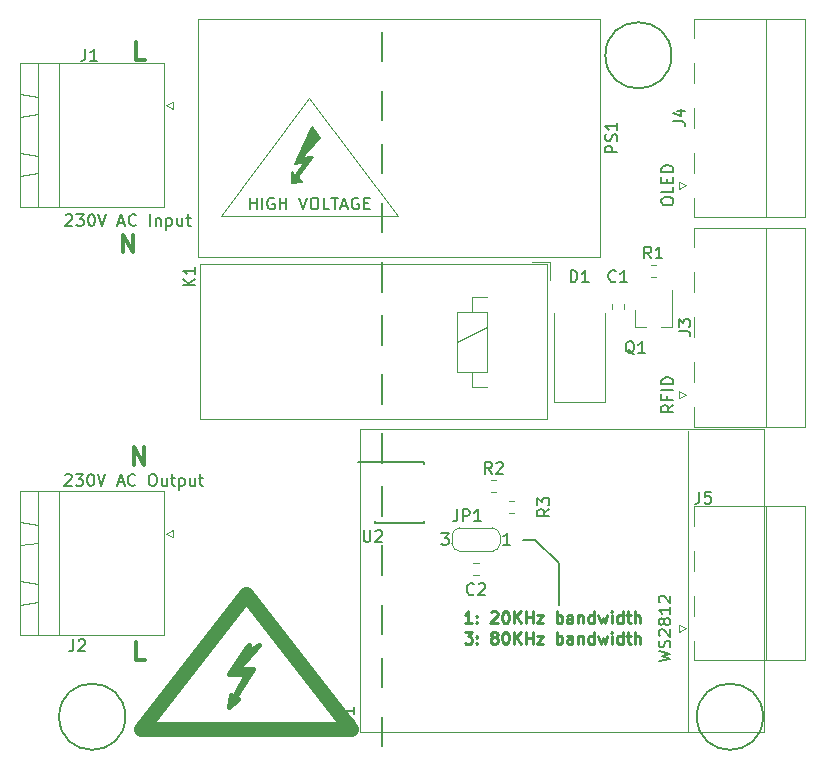
<source format=gto>
G04 #@! TF.GenerationSoftware,KiCad,Pcbnew,(5.0.0-rc2-dev-158-g52ab6216c)*
G04 #@! TF.CreationDate,2018-04-08T22:30:40+02:00*
G04 #@! TF.ProjectId,power_monitor,706F7765725F6D6F6E69746F722E6B69,rev?*
G04 #@! TF.SameCoordinates,Original*
G04 #@! TF.FileFunction,Legend,Top*
G04 #@! TF.FilePolarity,Positive*
%FSLAX46Y46*%
G04 Gerber Fmt 4.6, Leading zero omitted, Abs format (unit mm)*
G04 Created by KiCad (PCBNEW (5.0.0-rc2-dev-158-g52ab6216c)) date 04/08/18 22:30:40*
%MOMM*%
%LPD*%
G01*
G04 APERTURE LIST*
%ADD10C,0.200000*%
%ADD11C,0.250000*%
%ADD12C,0.300000*%
%ADD13C,0.150000*%
%ADD14C,0.100000*%
%ADD15C,0.381000*%
%ADD16C,1.270000*%
%ADD17C,0.120000*%
G04 APERTURE END LIST*
D10*
X82500000Y-80000000D02*
X81500000Y-80000000D01*
X84500000Y-82000000D02*
X82500000Y-80000000D01*
X84500000Y-85500000D02*
X84500000Y-82000000D01*
D11*
X77142857Y-87077380D02*
X76571428Y-87077380D01*
X76857142Y-87077380D02*
X76857142Y-86077380D01*
X76761904Y-86220238D01*
X76666666Y-86315476D01*
X76571428Y-86363095D01*
X77571428Y-86982142D02*
X77619047Y-87029761D01*
X77571428Y-87077380D01*
X77523809Y-87029761D01*
X77571428Y-86982142D01*
X77571428Y-87077380D01*
X77571428Y-86458333D02*
X77619047Y-86505952D01*
X77571428Y-86553571D01*
X77523809Y-86505952D01*
X77571428Y-86458333D01*
X77571428Y-86553571D01*
X78761904Y-86172619D02*
X78809523Y-86125000D01*
X78904761Y-86077380D01*
X79142857Y-86077380D01*
X79238095Y-86125000D01*
X79285714Y-86172619D01*
X79333333Y-86267857D01*
X79333333Y-86363095D01*
X79285714Y-86505952D01*
X78714285Y-87077380D01*
X79333333Y-87077380D01*
X79952380Y-86077380D02*
X80047619Y-86077380D01*
X80142857Y-86125000D01*
X80190476Y-86172619D01*
X80238095Y-86267857D01*
X80285714Y-86458333D01*
X80285714Y-86696428D01*
X80238095Y-86886904D01*
X80190476Y-86982142D01*
X80142857Y-87029761D01*
X80047619Y-87077380D01*
X79952380Y-87077380D01*
X79857142Y-87029761D01*
X79809523Y-86982142D01*
X79761904Y-86886904D01*
X79714285Y-86696428D01*
X79714285Y-86458333D01*
X79761904Y-86267857D01*
X79809523Y-86172619D01*
X79857142Y-86125000D01*
X79952380Y-86077380D01*
X80714285Y-87077380D02*
X80714285Y-86077380D01*
X81285714Y-87077380D02*
X80857142Y-86505952D01*
X81285714Y-86077380D02*
X80714285Y-86648809D01*
X81714285Y-87077380D02*
X81714285Y-86077380D01*
X81714285Y-86553571D02*
X82285714Y-86553571D01*
X82285714Y-87077380D02*
X82285714Y-86077380D01*
X82666666Y-86410714D02*
X83190476Y-86410714D01*
X82666666Y-87077380D01*
X83190476Y-87077380D01*
X84333333Y-87077380D02*
X84333333Y-86077380D01*
X84333333Y-86458333D02*
X84428571Y-86410714D01*
X84619047Y-86410714D01*
X84714285Y-86458333D01*
X84761904Y-86505952D01*
X84809523Y-86601190D01*
X84809523Y-86886904D01*
X84761904Y-86982142D01*
X84714285Y-87029761D01*
X84619047Y-87077380D01*
X84428571Y-87077380D01*
X84333333Y-87029761D01*
X85666666Y-87077380D02*
X85666666Y-86553571D01*
X85619047Y-86458333D01*
X85523809Y-86410714D01*
X85333333Y-86410714D01*
X85238095Y-86458333D01*
X85666666Y-87029761D02*
X85571428Y-87077380D01*
X85333333Y-87077380D01*
X85238095Y-87029761D01*
X85190476Y-86934523D01*
X85190476Y-86839285D01*
X85238095Y-86744047D01*
X85333333Y-86696428D01*
X85571428Y-86696428D01*
X85666666Y-86648809D01*
X86142857Y-86410714D02*
X86142857Y-87077380D01*
X86142857Y-86505952D02*
X86190476Y-86458333D01*
X86285714Y-86410714D01*
X86428571Y-86410714D01*
X86523809Y-86458333D01*
X86571428Y-86553571D01*
X86571428Y-87077380D01*
X87476190Y-87077380D02*
X87476190Y-86077380D01*
X87476190Y-87029761D02*
X87380952Y-87077380D01*
X87190476Y-87077380D01*
X87095238Y-87029761D01*
X87047619Y-86982142D01*
X87000000Y-86886904D01*
X87000000Y-86601190D01*
X87047619Y-86505952D01*
X87095238Y-86458333D01*
X87190476Y-86410714D01*
X87380952Y-86410714D01*
X87476190Y-86458333D01*
X87857142Y-86410714D02*
X88047619Y-87077380D01*
X88238095Y-86601190D01*
X88428571Y-87077380D01*
X88619047Y-86410714D01*
X89000000Y-87077380D02*
X89000000Y-86410714D01*
X89000000Y-86077380D02*
X88952380Y-86125000D01*
X89000000Y-86172619D01*
X89047619Y-86125000D01*
X89000000Y-86077380D01*
X89000000Y-86172619D01*
X89904761Y-87077380D02*
X89904761Y-86077380D01*
X89904761Y-87029761D02*
X89809523Y-87077380D01*
X89619047Y-87077380D01*
X89523809Y-87029761D01*
X89476190Y-86982142D01*
X89428571Y-86886904D01*
X89428571Y-86601190D01*
X89476190Y-86505952D01*
X89523809Y-86458333D01*
X89619047Y-86410714D01*
X89809523Y-86410714D01*
X89904761Y-86458333D01*
X90238095Y-86410714D02*
X90619047Y-86410714D01*
X90380952Y-86077380D02*
X90380952Y-86934523D01*
X90428571Y-87029761D01*
X90523809Y-87077380D01*
X90619047Y-87077380D01*
X90952380Y-87077380D02*
X90952380Y-86077380D01*
X91380952Y-87077380D02*
X91380952Y-86553571D01*
X91333333Y-86458333D01*
X91238095Y-86410714D01*
X91095238Y-86410714D01*
X91000000Y-86458333D01*
X90952380Y-86505952D01*
X76523809Y-87827380D02*
X77142857Y-87827380D01*
X76809523Y-88208333D01*
X76952380Y-88208333D01*
X77047619Y-88255952D01*
X77095238Y-88303571D01*
X77142857Y-88398809D01*
X77142857Y-88636904D01*
X77095238Y-88732142D01*
X77047619Y-88779761D01*
X76952380Y-88827380D01*
X76666666Y-88827380D01*
X76571428Y-88779761D01*
X76523809Y-88732142D01*
X77571428Y-88732142D02*
X77619047Y-88779761D01*
X77571428Y-88827380D01*
X77523809Y-88779761D01*
X77571428Y-88732142D01*
X77571428Y-88827380D01*
X77571428Y-88208333D02*
X77619047Y-88255952D01*
X77571428Y-88303571D01*
X77523809Y-88255952D01*
X77571428Y-88208333D01*
X77571428Y-88303571D01*
X78952380Y-88255952D02*
X78857142Y-88208333D01*
X78809523Y-88160714D01*
X78761904Y-88065476D01*
X78761904Y-88017857D01*
X78809523Y-87922619D01*
X78857142Y-87875000D01*
X78952380Y-87827380D01*
X79142857Y-87827380D01*
X79238095Y-87875000D01*
X79285714Y-87922619D01*
X79333333Y-88017857D01*
X79333333Y-88065476D01*
X79285714Y-88160714D01*
X79238095Y-88208333D01*
X79142857Y-88255952D01*
X78952380Y-88255952D01*
X78857142Y-88303571D01*
X78809523Y-88351190D01*
X78761904Y-88446428D01*
X78761904Y-88636904D01*
X78809523Y-88732142D01*
X78857142Y-88779761D01*
X78952380Y-88827380D01*
X79142857Y-88827380D01*
X79238095Y-88779761D01*
X79285714Y-88732142D01*
X79333333Y-88636904D01*
X79333333Y-88446428D01*
X79285714Y-88351190D01*
X79238095Y-88303571D01*
X79142857Y-88255952D01*
X79952380Y-87827380D02*
X80047619Y-87827380D01*
X80142857Y-87875000D01*
X80190476Y-87922619D01*
X80238095Y-88017857D01*
X80285714Y-88208333D01*
X80285714Y-88446428D01*
X80238095Y-88636904D01*
X80190476Y-88732142D01*
X80142857Y-88779761D01*
X80047619Y-88827380D01*
X79952380Y-88827380D01*
X79857142Y-88779761D01*
X79809523Y-88732142D01*
X79761904Y-88636904D01*
X79714285Y-88446428D01*
X79714285Y-88208333D01*
X79761904Y-88017857D01*
X79809523Y-87922619D01*
X79857142Y-87875000D01*
X79952380Y-87827380D01*
X80714285Y-88827380D02*
X80714285Y-87827380D01*
X81285714Y-88827380D02*
X80857142Y-88255952D01*
X81285714Y-87827380D02*
X80714285Y-88398809D01*
X81714285Y-88827380D02*
X81714285Y-87827380D01*
X81714285Y-88303571D02*
X82285714Y-88303571D01*
X82285714Y-88827380D02*
X82285714Y-87827380D01*
X82666666Y-88160714D02*
X83190476Y-88160714D01*
X82666666Y-88827380D01*
X83190476Y-88827380D01*
X84333333Y-88827380D02*
X84333333Y-87827380D01*
X84333333Y-88208333D02*
X84428571Y-88160714D01*
X84619047Y-88160714D01*
X84714285Y-88208333D01*
X84761904Y-88255952D01*
X84809523Y-88351190D01*
X84809523Y-88636904D01*
X84761904Y-88732142D01*
X84714285Y-88779761D01*
X84619047Y-88827380D01*
X84428571Y-88827380D01*
X84333333Y-88779761D01*
X85666666Y-88827380D02*
X85666666Y-88303571D01*
X85619047Y-88208333D01*
X85523809Y-88160714D01*
X85333333Y-88160714D01*
X85238095Y-88208333D01*
X85666666Y-88779761D02*
X85571428Y-88827380D01*
X85333333Y-88827380D01*
X85238095Y-88779761D01*
X85190476Y-88684523D01*
X85190476Y-88589285D01*
X85238095Y-88494047D01*
X85333333Y-88446428D01*
X85571428Y-88446428D01*
X85666666Y-88398809D01*
X86142857Y-88160714D02*
X86142857Y-88827380D01*
X86142857Y-88255952D02*
X86190476Y-88208333D01*
X86285714Y-88160714D01*
X86428571Y-88160714D01*
X86523809Y-88208333D01*
X86571428Y-88303571D01*
X86571428Y-88827380D01*
X87476190Y-88827380D02*
X87476190Y-87827380D01*
X87476190Y-88779761D02*
X87380952Y-88827380D01*
X87190476Y-88827380D01*
X87095238Y-88779761D01*
X87047619Y-88732142D01*
X87000000Y-88636904D01*
X87000000Y-88351190D01*
X87047619Y-88255952D01*
X87095238Y-88208333D01*
X87190476Y-88160714D01*
X87380952Y-88160714D01*
X87476190Y-88208333D01*
X87857142Y-88160714D02*
X88047619Y-88827380D01*
X88238095Y-88351190D01*
X88428571Y-88827380D01*
X88619047Y-88160714D01*
X89000000Y-88827380D02*
X89000000Y-88160714D01*
X89000000Y-87827380D02*
X88952380Y-87875000D01*
X89000000Y-87922619D01*
X89047619Y-87875000D01*
X89000000Y-87827380D01*
X89000000Y-87922619D01*
X89904761Y-88827380D02*
X89904761Y-87827380D01*
X89904761Y-88779761D02*
X89809523Y-88827380D01*
X89619047Y-88827380D01*
X89523809Y-88779761D01*
X89476190Y-88732142D01*
X89428571Y-88636904D01*
X89428571Y-88351190D01*
X89476190Y-88255952D01*
X89523809Y-88208333D01*
X89619047Y-88160714D01*
X89809523Y-88160714D01*
X89904761Y-88208333D01*
X90238095Y-88160714D02*
X90619047Y-88160714D01*
X90380952Y-87827380D02*
X90380952Y-88684523D01*
X90428571Y-88779761D01*
X90523809Y-88827380D01*
X90619047Y-88827380D01*
X90952380Y-88827380D02*
X90952380Y-87827380D01*
X91380952Y-88827380D02*
X91380952Y-88303571D01*
X91333333Y-88208333D01*
X91238095Y-88160714D01*
X91095238Y-88160714D01*
X91000000Y-88208333D01*
X90952380Y-88255952D01*
D12*
X47571428Y-55678571D02*
X47571428Y-54178571D01*
X48428571Y-55678571D01*
X48428571Y-54178571D01*
D10*
X69500000Y-54000000D02*
X69500000Y-51500000D01*
X69500000Y-49000000D02*
X69500000Y-46500000D01*
X69500000Y-44500000D02*
X69500000Y-42000000D01*
X69500000Y-39500000D02*
X69500000Y-37000000D01*
X69500000Y-59000000D02*
X69500000Y-56500000D01*
X69500000Y-63500000D02*
X69500000Y-61000000D01*
X69500000Y-68500000D02*
X69500000Y-66000000D01*
X69500000Y-73500000D02*
X69500000Y-71000000D01*
X69500000Y-78000000D02*
X69500000Y-75500000D01*
X69500000Y-83000000D02*
X69500000Y-80500000D01*
X69500000Y-88000000D02*
X69500000Y-85500000D01*
X69500000Y-92500000D02*
X69500000Y-90000000D01*
X69500000Y-97500000D02*
X69500000Y-95000000D01*
D12*
X48571428Y-73678571D02*
X48571428Y-72178571D01*
X49428571Y-73678571D01*
X49428571Y-72178571D01*
X49464285Y-90178571D02*
X48750000Y-90178571D01*
X48750000Y-88678571D01*
X49464285Y-39378571D02*
X48750000Y-39378571D01*
X48750000Y-37878571D01*
D13*
G36*
X63600000Y-45100000D02*
X64300000Y-46000000D01*
X62800000Y-47700000D01*
X63700000Y-47600000D01*
X62400000Y-49300000D01*
X62800000Y-49700000D01*
X61900000Y-49800000D01*
X61900000Y-48900000D01*
X62200000Y-49200000D01*
X63000000Y-48000000D01*
X62200000Y-48200000D01*
X63600000Y-45100000D01*
G37*
X63600000Y-45100000D02*
X64300000Y-46000000D01*
X62800000Y-47700000D01*
X63700000Y-47600000D01*
X62400000Y-49300000D01*
X62800000Y-49700000D01*
X61900000Y-49800000D01*
X61900000Y-48900000D01*
X62200000Y-49200000D01*
X63000000Y-48000000D01*
X62200000Y-48200000D01*
X63600000Y-45100000D01*
D14*
X54000000Y-56100000D02*
X54000000Y-35900000D01*
X54000000Y-35900000D02*
X88000000Y-35900000D01*
X88000000Y-35900000D02*
X88000000Y-56100000D01*
X88000000Y-56100000D02*
X54000000Y-56100000D01*
X55900000Y-52600000D02*
X63400000Y-42600000D01*
X63400000Y-42600000D02*
X70900000Y-52600000D01*
X70900000Y-52600000D02*
X55900000Y-52600000D01*
D15*
X56857000Y-93647000D02*
X56730000Y-93139000D01*
X58000000Y-91361000D02*
X56857000Y-93647000D01*
X56603000Y-91361000D02*
X58000000Y-91361000D01*
X58127000Y-89075000D02*
X56603000Y-91361000D01*
X58381000Y-89456000D02*
X58254000Y-88948000D01*
X59143000Y-88948000D02*
X58381000Y-89456000D01*
X57365000Y-90980000D02*
X59143000Y-88948000D01*
X58635000Y-90980000D02*
X57365000Y-90980000D01*
X56857000Y-93774000D02*
X58635000Y-90980000D01*
X57365000Y-93520000D02*
X56857000Y-93774000D01*
X56603000Y-94155000D02*
X57365000Y-93520000D01*
X56730000Y-93139000D02*
X56603000Y-94155000D01*
X56984000Y-91234000D02*
X58254000Y-91234000D01*
X58381000Y-89329000D02*
X56984000Y-91234000D01*
D16*
X49110000Y-96060000D02*
X58000000Y-84630000D01*
X66890000Y-96060000D02*
X49110000Y-96060000D01*
X58000000Y-84630000D02*
X66890000Y-96060000D01*
D13*
X47800000Y-95000000D02*
G75*
G03X47800000Y-95000000I-2800000J0D01*
G01*
X101800000Y-95000000D02*
G75*
G03X101800000Y-95000000I-2800000J0D01*
G01*
X94050000Y-39000000D02*
G75*
G03X94050000Y-39000000I-2800000J0D01*
G01*
D17*
X90010000Y-60030000D02*
X90010000Y-60470000D01*
X88990000Y-60030000D02*
X88990000Y-60470000D01*
X77280000Y-83010000D02*
X77720000Y-83010000D01*
X77280000Y-81990000D02*
X77720000Y-81990000D01*
X84100000Y-68350000D02*
X88400000Y-68350000D01*
X88400000Y-68350000D02*
X88400000Y-60800000D01*
X84100000Y-68350000D02*
X84100000Y-60800000D01*
X79550000Y-79700000D02*
X79550000Y-80300000D01*
X76100000Y-79000000D02*
X78900000Y-79000000D01*
X75450000Y-80300000D02*
X75450000Y-79700000D01*
X78900000Y-81000000D02*
X76100000Y-81000000D01*
X76150000Y-81000000D02*
G75*
G02X75450000Y-80300000I0J700000D01*
G01*
X75450000Y-79700000D02*
G75*
G02X76150000Y-79000000I700000J0D01*
G01*
X78850000Y-79000000D02*
G75*
G02X79550000Y-79700000I0J-700000D01*
G01*
X79550000Y-80300000D02*
G75*
G02X78850000Y-81000000I-700000J0D01*
G01*
X83750000Y-56500000D02*
X82250000Y-56500000D01*
X83750000Y-58000000D02*
X83750000Y-56500000D01*
X77190000Y-65850000D02*
X77190000Y-67120000D01*
X77190000Y-67120000D02*
X78460000Y-67120000D01*
X78460000Y-59500000D02*
X77190000Y-59500000D01*
X77190000Y-59500000D02*
X77190000Y-60770000D01*
X77190000Y-60770000D02*
X75920000Y-60770000D01*
X75920000Y-60770000D02*
X75920000Y-65850000D01*
X75920000Y-65850000D02*
X78460000Y-65850000D01*
X78460000Y-65850000D02*
X78460000Y-60770000D01*
X78460000Y-60770000D02*
X77190000Y-60770000D01*
X83550000Y-69800000D02*
X83550000Y-56700000D01*
X54150000Y-69800000D02*
X83550000Y-69800000D01*
X54150000Y-56700000D02*
X54150000Y-69800000D01*
X83550000Y-56700000D02*
X54150000Y-56700000D01*
D14*
X78460000Y-62040000D02*
X75920000Y-63310000D01*
D17*
X90920000Y-62010000D02*
X91850000Y-62010000D01*
X94080000Y-62010000D02*
X93150000Y-62010000D01*
X94080000Y-62010000D02*
X94080000Y-58850000D01*
X90920000Y-62010000D02*
X90920000Y-60550000D01*
X92720000Y-57760000D02*
X92280000Y-57760000D01*
X92720000Y-56740000D02*
X92280000Y-56740000D01*
D14*
X95410000Y-70800000D02*
X95410000Y-96200000D01*
X67710000Y-70670000D02*
X101910000Y-70670000D01*
X67710000Y-96270000D02*
X67710000Y-70670000D01*
X101910000Y-96270000D02*
X67710000Y-96270000D01*
X101910000Y-70670000D02*
X101910000Y-96270000D01*
D13*
X68925000Y-73425000D02*
X68925000Y-73475000D01*
X73075000Y-73425000D02*
X73075000Y-73570000D01*
X73075000Y-78575000D02*
X73075000Y-78430000D01*
X68925000Y-78575000D02*
X68925000Y-78430000D01*
X68925000Y-73425000D02*
X73075000Y-73425000D01*
X68925000Y-78575000D02*
X73075000Y-78575000D01*
X68925000Y-73475000D02*
X67525000Y-73475000D01*
D17*
X78780000Y-74990000D02*
X79220000Y-74990000D01*
X78780000Y-76010000D02*
X79220000Y-76010000D01*
X80720000Y-76740000D02*
X80280000Y-76740000D01*
X80720000Y-77760000D02*
X80280000Y-77760000D01*
X95970000Y-70430000D02*
X105330000Y-70430000D01*
X105330000Y-70430000D02*
X105330000Y-53640000D01*
X105330000Y-53640000D02*
X95970000Y-53640000D01*
X95970000Y-70430000D02*
X95970000Y-68800000D01*
X95970000Y-53640000D02*
X95970000Y-55270000D01*
X95970000Y-66700000D02*
X95970000Y-64990000D01*
X95970000Y-62890000D02*
X95970000Y-61180000D01*
X95970000Y-59080000D02*
X95970000Y-57370000D01*
X102050000Y-70430000D02*
X102050000Y-53640000D01*
X94650000Y-67450000D02*
X95250000Y-67750000D01*
X95250000Y-67750000D02*
X94650000Y-68050000D01*
X94650000Y-68050000D02*
X94650000Y-67450000D01*
X94650000Y-50300000D02*
X94650000Y-49700000D01*
X95250000Y-50000000D02*
X94650000Y-50300000D01*
X94650000Y-49700000D02*
X95250000Y-50000000D01*
X102050000Y-52680000D02*
X102050000Y-35890000D01*
X95970000Y-41330000D02*
X95970000Y-39620000D01*
X95970000Y-45140000D02*
X95970000Y-43430000D01*
X95970000Y-48950000D02*
X95970000Y-47240000D01*
X95970000Y-35890000D02*
X95970000Y-37520000D01*
X95970000Y-52680000D02*
X95970000Y-51050000D01*
X105330000Y-35890000D02*
X95970000Y-35890000D01*
X105330000Y-52680000D02*
X105330000Y-35890000D01*
X95970000Y-52680000D02*
X105330000Y-52680000D01*
X95970000Y-90180000D02*
X105330000Y-90180000D01*
X105330000Y-90180000D02*
X105330000Y-77200000D01*
X105330000Y-77200000D02*
X95970000Y-77200000D01*
X95970000Y-90180000D02*
X95970000Y-88550000D01*
X95970000Y-77200000D02*
X95970000Y-78830000D01*
X95970000Y-86450000D02*
X95970000Y-84740000D01*
X95970000Y-82640000D02*
X95970000Y-80930000D01*
X102050000Y-90180000D02*
X102050000Y-77200000D01*
X94650000Y-87200000D02*
X95250000Y-87500000D01*
X95250000Y-87500000D02*
X94650000Y-87800000D01*
X94650000Y-87800000D02*
X94650000Y-87200000D01*
X51080000Y-39670000D02*
X38920000Y-39670000D01*
X38920000Y-39670000D02*
X38920000Y-51830000D01*
X38920000Y-51830000D02*
X51080000Y-51830000D01*
X51080000Y-51830000D02*
X51080000Y-39670000D01*
X40420000Y-39670000D02*
X42220000Y-39670000D01*
X42220000Y-39670000D02*
X42220000Y-51830000D01*
X42220000Y-51830000D02*
X40420000Y-51830000D01*
X40420000Y-51830000D02*
X40420000Y-39670000D01*
X38920000Y-42250000D02*
X38920000Y-44250000D01*
X38920000Y-44250000D02*
X40420000Y-44000000D01*
X40420000Y-44000000D02*
X40420000Y-42500000D01*
X40420000Y-42500000D02*
X38920000Y-42250000D01*
X38920000Y-47250000D02*
X38920000Y-49250000D01*
X38920000Y-49250000D02*
X40420000Y-49000000D01*
X40420000Y-49000000D02*
X40420000Y-47500000D01*
X40420000Y-47500000D02*
X38920000Y-47250000D01*
X51880000Y-43550000D02*
X51280000Y-43250000D01*
X51280000Y-43250000D02*
X51880000Y-42950000D01*
X51880000Y-42950000D02*
X51880000Y-43550000D01*
X51880000Y-79200000D02*
X51880000Y-79800000D01*
X51280000Y-79500000D02*
X51880000Y-79200000D01*
X51880000Y-79800000D02*
X51280000Y-79500000D01*
X40420000Y-83750000D02*
X38920000Y-83500000D01*
X40420000Y-85250000D02*
X40420000Y-83750000D01*
X38920000Y-85500000D02*
X40420000Y-85250000D01*
X38920000Y-83500000D02*
X38920000Y-85500000D01*
X40420000Y-78750000D02*
X38920000Y-78500000D01*
X40420000Y-80250000D02*
X40420000Y-78750000D01*
X38920000Y-80500000D02*
X40420000Y-80250000D01*
X38920000Y-78500000D02*
X38920000Y-80500000D01*
X40420000Y-88080000D02*
X40420000Y-75920000D01*
X42220000Y-88080000D02*
X40420000Y-88080000D01*
X42220000Y-75920000D02*
X42220000Y-88080000D01*
X40420000Y-75920000D02*
X42220000Y-75920000D01*
X51080000Y-88080000D02*
X51080000Y-75920000D01*
X38920000Y-88080000D02*
X51080000Y-88080000D01*
X38920000Y-75920000D02*
X38920000Y-88080000D01*
X51080000Y-75920000D02*
X38920000Y-75920000D01*
D13*
X89452380Y-47214285D02*
X88452380Y-47214285D01*
X88452380Y-46833333D01*
X88500000Y-46738095D01*
X88547619Y-46690476D01*
X88642857Y-46642857D01*
X88785714Y-46642857D01*
X88880952Y-46690476D01*
X88928571Y-46738095D01*
X88976190Y-46833333D01*
X88976190Y-47214285D01*
X89404761Y-46261904D02*
X89452380Y-46119047D01*
X89452380Y-45880952D01*
X89404761Y-45785714D01*
X89357142Y-45738095D01*
X89261904Y-45690476D01*
X89166666Y-45690476D01*
X89071428Y-45738095D01*
X89023809Y-45785714D01*
X88976190Y-45880952D01*
X88928571Y-46071428D01*
X88880952Y-46166666D01*
X88833333Y-46214285D01*
X88738095Y-46261904D01*
X88642857Y-46261904D01*
X88547619Y-46214285D01*
X88500000Y-46166666D01*
X88452380Y-46071428D01*
X88452380Y-45833333D01*
X88500000Y-45690476D01*
X89452380Y-44738095D02*
X89452380Y-45309523D01*
X89452380Y-45023809D02*
X88452380Y-45023809D01*
X88595238Y-45119047D01*
X88690476Y-45214285D01*
X88738095Y-45309523D01*
X58352380Y-52052380D02*
X58352380Y-51052380D01*
X58352380Y-51528571D02*
X58923809Y-51528571D01*
X58923809Y-52052380D02*
X58923809Y-51052380D01*
X59400000Y-52052380D02*
X59400000Y-51052380D01*
X60400000Y-51100000D02*
X60304761Y-51052380D01*
X60161904Y-51052380D01*
X60019047Y-51100000D01*
X59923809Y-51195238D01*
X59876190Y-51290476D01*
X59828571Y-51480952D01*
X59828571Y-51623809D01*
X59876190Y-51814285D01*
X59923809Y-51909523D01*
X60019047Y-52004761D01*
X60161904Y-52052380D01*
X60257142Y-52052380D01*
X60400000Y-52004761D01*
X60447619Y-51957142D01*
X60447619Y-51623809D01*
X60257142Y-51623809D01*
X60876190Y-52052380D02*
X60876190Y-51052380D01*
X60876190Y-51528571D02*
X61447619Y-51528571D01*
X61447619Y-52052380D02*
X61447619Y-51052380D01*
X62542857Y-51052380D02*
X62876190Y-52052380D01*
X63209523Y-51052380D01*
X63733333Y-51052380D02*
X63923809Y-51052380D01*
X64019047Y-51100000D01*
X64114285Y-51195238D01*
X64161904Y-51385714D01*
X64161904Y-51719047D01*
X64114285Y-51909523D01*
X64019047Y-52004761D01*
X63923809Y-52052380D01*
X63733333Y-52052380D01*
X63638095Y-52004761D01*
X63542857Y-51909523D01*
X63495238Y-51719047D01*
X63495238Y-51385714D01*
X63542857Y-51195238D01*
X63638095Y-51100000D01*
X63733333Y-51052380D01*
X65066666Y-52052380D02*
X64590476Y-52052380D01*
X64590476Y-51052380D01*
X65257142Y-51052380D02*
X65828571Y-51052380D01*
X65542857Y-52052380D02*
X65542857Y-51052380D01*
X66114285Y-51766666D02*
X66590476Y-51766666D01*
X66019047Y-52052380D02*
X66352380Y-51052380D01*
X66685714Y-52052380D01*
X67542857Y-51100000D02*
X67447619Y-51052380D01*
X67304761Y-51052380D01*
X67161904Y-51100000D01*
X67066666Y-51195238D01*
X67019047Y-51290476D01*
X66971428Y-51480952D01*
X66971428Y-51623809D01*
X67019047Y-51814285D01*
X67066666Y-51909523D01*
X67161904Y-52004761D01*
X67304761Y-52052380D01*
X67400000Y-52052380D01*
X67542857Y-52004761D01*
X67590476Y-51957142D01*
X67590476Y-51623809D01*
X67400000Y-51623809D01*
X68019047Y-51528571D02*
X68352380Y-51528571D01*
X68495238Y-52052380D02*
X68019047Y-52052380D01*
X68019047Y-51052380D01*
X68495238Y-51052380D01*
X89333333Y-58107142D02*
X89285714Y-58154761D01*
X89142857Y-58202380D01*
X89047619Y-58202380D01*
X88904761Y-58154761D01*
X88809523Y-58059523D01*
X88761904Y-57964285D01*
X88714285Y-57773809D01*
X88714285Y-57630952D01*
X88761904Y-57440476D01*
X88809523Y-57345238D01*
X88904761Y-57250000D01*
X89047619Y-57202380D01*
X89142857Y-57202380D01*
X89285714Y-57250000D01*
X89333333Y-57297619D01*
X90285714Y-58202380D02*
X89714285Y-58202380D01*
X90000000Y-58202380D02*
X90000000Y-57202380D01*
X89904761Y-57345238D01*
X89809523Y-57440476D01*
X89714285Y-57488095D01*
X77333333Y-84607142D02*
X77285714Y-84654761D01*
X77142857Y-84702380D01*
X77047619Y-84702380D01*
X76904761Y-84654761D01*
X76809523Y-84559523D01*
X76761904Y-84464285D01*
X76714285Y-84273809D01*
X76714285Y-84130952D01*
X76761904Y-83940476D01*
X76809523Y-83845238D01*
X76904761Y-83750000D01*
X77047619Y-83702380D01*
X77142857Y-83702380D01*
X77285714Y-83750000D01*
X77333333Y-83797619D01*
X77714285Y-83797619D02*
X77761904Y-83750000D01*
X77857142Y-83702380D01*
X78095238Y-83702380D01*
X78190476Y-83750000D01*
X78238095Y-83797619D01*
X78285714Y-83892857D01*
X78285714Y-83988095D01*
X78238095Y-84130952D01*
X77666666Y-84702380D01*
X78285714Y-84702380D01*
X85511904Y-58202380D02*
X85511904Y-57202380D01*
X85750000Y-57202380D01*
X85892857Y-57250000D01*
X85988095Y-57345238D01*
X86035714Y-57440476D01*
X86083333Y-57630952D01*
X86083333Y-57773809D01*
X86035714Y-57964285D01*
X85988095Y-58059523D01*
X85892857Y-58154761D01*
X85750000Y-58202380D01*
X85511904Y-58202380D01*
X87035714Y-58202380D02*
X86464285Y-58202380D01*
X86750000Y-58202380D02*
X86750000Y-57202380D01*
X86654761Y-57345238D01*
X86559523Y-57440476D01*
X86464285Y-57488095D01*
X75916666Y-77452380D02*
X75916666Y-78166666D01*
X75869047Y-78309523D01*
X75773809Y-78404761D01*
X75630952Y-78452380D01*
X75535714Y-78452380D01*
X76392857Y-78452380D02*
X76392857Y-77452380D01*
X76773809Y-77452380D01*
X76869047Y-77500000D01*
X76916666Y-77547619D01*
X76964285Y-77642857D01*
X76964285Y-77785714D01*
X76916666Y-77880952D01*
X76869047Y-77928571D01*
X76773809Y-77976190D01*
X76392857Y-77976190D01*
X77916666Y-78452380D02*
X77345238Y-78452380D01*
X77630952Y-78452380D02*
X77630952Y-77452380D01*
X77535714Y-77595238D01*
X77440476Y-77690476D01*
X77345238Y-77738095D01*
X74566666Y-79452380D02*
X75185714Y-79452380D01*
X74852380Y-79833333D01*
X74995238Y-79833333D01*
X75090476Y-79880952D01*
X75138095Y-79928571D01*
X75185714Y-80023809D01*
X75185714Y-80261904D01*
X75138095Y-80357142D01*
X75090476Y-80404761D01*
X74995238Y-80452380D01*
X74709523Y-80452380D01*
X74614285Y-80404761D01*
X74566666Y-80357142D01*
X80385714Y-80452380D02*
X79814285Y-80452380D01*
X80100000Y-80452380D02*
X80100000Y-79452380D01*
X80004761Y-79595238D01*
X79909523Y-79690476D01*
X79814285Y-79738095D01*
X53702380Y-58488095D02*
X52702380Y-58488095D01*
X53702380Y-57916666D02*
X53130952Y-58345238D01*
X52702380Y-57916666D02*
X53273809Y-58488095D01*
X53702380Y-56964285D02*
X53702380Y-57535714D01*
X53702380Y-57250000D02*
X52702380Y-57250000D01*
X52845238Y-57345238D01*
X52940476Y-57440476D01*
X52988095Y-57535714D01*
X90904761Y-64297619D02*
X90809523Y-64250000D01*
X90714285Y-64154761D01*
X90571428Y-64011904D01*
X90476190Y-63964285D01*
X90380952Y-63964285D01*
X90428571Y-64202380D02*
X90333333Y-64154761D01*
X90238095Y-64059523D01*
X90190476Y-63869047D01*
X90190476Y-63535714D01*
X90238095Y-63345238D01*
X90333333Y-63250000D01*
X90428571Y-63202380D01*
X90619047Y-63202380D01*
X90714285Y-63250000D01*
X90809523Y-63345238D01*
X90857142Y-63535714D01*
X90857142Y-63869047D01*
X90809523Y-64059523D01*
X90714285Y-64154761D01*
X90619047Y-64202380D01*
X90428571Y-64202380D01*
X91809523Y-64202380D02*
X91238095Y-64202380D01*
X91523809Y-64202380D02*
X91523809Y-63202380D01*
X91428571Y-63345238D01*
X91333333Y-63440476D01*
X91238095Y-63488095D01*
X92333333Y-56202380D02*
X92000000Y-55726190D01*
X91761904Y-56202380D02*
X91761904Y-55202380D01*
X92142857Y-55202380D01*
X92238095Y-55250000D01*
X92285714Y-55297619D01*
X92333333Y-55392857D01*
X92333333Y-55535714D01*
X92285714Y-55630952D01*
X92238095Y-55678571D01*
X92142857Y-55726190D01*
X91761904Y-55726190D01*
X93285714Y-56202380D02*
X92714285Y-56202380D01*
X93000000Y-56202380D02*
X93000000Y-55202380D01*
X92904761Y-55345238D01*
X92809523Y-55440476D01*
X92714285Y-55488095D01*
X66202380Y-95761904D02*
X67011904Y-95761904D01*
X67107142Y-95714285D01*
X67154761Y-95666666D01*
X67202380Y-95571428D01*
X67202380Y-95380952D01*
X67154761Y-95285714D01*
X67107142Y-95238095D01*
X67011904Y-95190476D01*
X66202380Y-95190476D01*
X67202380Y-94190476D02*
X67202380Y-94761904D01*
X67202380Y-94476190D02*
X66202380Y-94476190D01*
X66345238Y-94571428D01*
X66440476Y-94666666D01*
X66488095Y-94761904D01*
X67988095Y-79202380D02*
X67988095Y-80011904D01*
X68035714Y-80107142D01*
X68083333Y-80154761D01*
X68178571Y-80202380D01*
X68369047Y-80202380D01*
X68464285Y-80154761D01*
X68511904Y-80107142D01*
X68559523Y-80011904D01*
X68559523Y-79202380D01*
X68988095Y-79297619D02*
X69035714Y-79250000D01*
X69130952Y-79202380D01*
X69369047Y-79202380D01*
X69464285Y-79250000D01*
X69511904Y-79297619D01*
X69559523Y-79392857D01*
X69559523Y-79488095D01*
X69511904Y-79630952D01*
X68940476Y-80202380D01*
X69559523Y-80202380D01*
X78833333Y-74452380D02*
X78500000Y-73976190D01*
X78261904Y-74452380D02*
X78261904Y-73452380D01*
X78642857Y-73452380D01*
X78738095Y-73500000D01*
X78785714Y-73547619D01*
X78833333Y-73642857D01*
X78833333Y-73785714D01*
X78785714Y-73880952D01*
X78738095Y-73928571D01*
X78642857Y-73976190D01*
X78261904Y-73976190D01*
X79214285Y-73547619D02*
X79261904Y-73500000D01*
X79357142Y-73452380D01*
X79595238Y-73452380D01*
X79690476Y-73500000D01*
X79738095Y-73547619D01*
X79785714Y-73642857D01*
X79785714Y-73738095D01*
X79738095Y-73880952D01*
X79166666Y-74452380D01*
X79785714Y-74452380D01*
X83702380Y-77416666D02*
X83226190Y-77750000D01*
X83702380Y-77988095D02*
X82702380Y-77988095D01*
X82702380Y-77607142D01*
X82750000Y-77511904D01*
X82797619Y-77464285D01*
X82892857Y-77416666D01*
X83035714Y-77416666D01*
X83130952Y-77464285D01*
X83178571Y-77511904D01*
X83226190Y-77607142D01*
X83226190Y-77988095D01*
X82702380Y-77083333D02*
X82702380Y-76464285D01*
X83083333Y-76797619D01*
X83083333Y-76654761D01*
X83130952Y-76559523D01*
X83178571Y-76511904D01*
X83273809Y-76464285D01*
X83511904Y-76464285D01*
X83607142Y-76511904D01*
X83654761Y-76559523D01*
X83702380Y-76654761D01*
X83702380Y-76940476D01*
X83654761Y-77035714D01*
X83607142Y-77083333D01*
X94652380Y-62368333D02*
X95366666Y-62368333D01*
X95509523Y-62415952D01*
X95604761Y-62511190D01*
X95652380Y-62654047D01*
X95652380Y-62749285D01*
X94652380Y-61987380D02*
X94652380Y-61368333D01*
X95033333Y-61701666D01*
X95033333Y-61558809D01*
X95080952Y-61463571D01*
X95128571Y-61415952D01*
X95223809Y-61368333D01*
X95461904Y-61368333D01*
X95557142Y-61415952D01*
X95604761Y-61463571D01*
X95652380Y-61558809D01*
X95652380Y-61844523D01*
X95604761Y-61939761D01*
X95557142Y-61987380D01*
X94202380Y-68607142D02*
X93726190Y-68940476D01*
X94202380Y-69178571D02*
X93202380Y-69178571D01*
X93202380Y-68797619D01*
X93250000Y-68702380D01*
X93297619Y-68654761D01*
X93392857Y-68607142D01*
X93535714Y-68607142D01*
X93630952Y-68654761D01*
X93678571Y-68702380D01*
X93726190Y-68797619D01*
X93726190Y-69178571D01*
X93678571Y-67845238D02*
X93678571Y-68178571D01*
X94202380Y-68178571D02*
X93202380Y-68178571D01*
X93202380Y-67702380D01*
X94202380Y-67321428D02*
X93202380Y-67321428D01*
X94202380Y-66845238D02*
X93202380Y-66845238D01*
X93202380Y-66607142D01*
X93250000Y-66464285D01*
X93345238Y-66369047D01*
X93440476Y-66321428D01*
X93630952Y-66273809D01*
X93773809Y-66273809D01*
X93964285Y-66321428D01*
X94059523Y-66369047D01*
X94154761Y-66464285D01*
X94202380Y-66607142D01*
X94202380Y-66845238D01*
X94202380Y-44583333D02*
X94916666Y-44583333D01*
X95059523Y-44630952D01*
X95154761Y-44726190D01*
X95202380Y-44869047D01*
X95202380Y-44964285D01*
X94535714Y-43678571D02*
X95202380Y-43678571D01*
X94154761Y-43916666D02*
X94869047Y-44154761D01*
X94869047Y-43535714D01*
X93202380Y-51452380D02*
X93202380Y-51261904D01*
X93250000Y-51166666D01*
X93345238Y-51071428D01*
X93535714Y-51023809D01*
X93869047Y-51023809D01*
X94059523Y-51071428D01*
X94154761Y-51166666D01*
X94202380Y-51261904D01*
X94202380Y-51452380D01*
X94154761Y-51547619D01*
X94059523Y-51642857D01*
X93869047Y-51690476D01*
X93535714Y-51690476D01*
X93345238Y-51642857D01*
X93250000Y-51547619D01*
X93202380Y-51452380D01*
X94202380Y-50119047D02*
X94202380Y-50595238D01*
X93202380Y-50595238D01*
X93678571Y-49785714D02*
X93678571Y-49452380D01*
X94202380Y-49309523D02*
X94202380Y-49785714D01*
X93202380Y-49785714D01*
X93202380Y-49309523D01*
X94202380Y-48880952D02*
X93202380Y-48880952D01*
X93202380Y-48642857D01*
X93250000Y-48500000D01*
X93345238Y-48404761D01*
X93440476Y-48357142D01*
X93630952Y-48309523D01*
X93773809Y-48309523D01*
X93964285Y-48357142D01*
X94059523Y-48404761D01*
X94154761Y-48500000D01*
X94202380Y-48642857D01*
X94202380Y-48880952D01*
X96416666Y-75952380D02*
X96416666Y-76666666D01*
X96369047Y-76809523D01*
X96273809Y-76904761D01*
X96130952Y-76952380D01*
X96035714Y-76952380D01*
X97369047Y-75952380D02*
X96892857Y-75952380D01*
X96845238Y-76428571D01*
X96892857Y-76380952D01*
X96988095Y-76333333D01*
X97226190Y-76333333D01*
X97321428Y-76380952D01*
X97369047Y-76428571D01*
X97416666Y-76523809D01*
X97416666Y-76761904D01*
X97369047Y-76857142D01*
X97321428Y-76904761D01*
X97226190Y-76952380D01*
X96988095Y-76952380D01*
X96892857Y-76904761D01*
X96845238Y-76857142D01*
X92952380Y-90309523D02*
X93952380Y-90071428D01*
X93238095Y-89880952D01*
X93952380Y-89690476D01*
X92952380Y-89452380D01*
X93904761Y-89119047D02*
X93952380Y-88976190D01*
X93952380Y-88738095D01*
X93904761Y-88642857D01*
X93857142Y-88595238D01*
X93761904Y-88547619D01*
X93666666Y-88547619D01*
X93571428Y-88595238D01*
X93523809Y-88642857D01*
X93476190Y-88738095D01*
X93428571Y-88928571D01*
X93380952Y-89023809D01*
X93333333Y-89071428D01*
X93238095Y-89119047D01*
X93142857Y-89119047D01*
X93047619Y-89071428D01*
X93000000Y-89023809D01*
X92952380Y-88928571D01*
X92952380Y-88690476D01*
X93000000Y-88547619D01*
X93047619Y-88166666D02*
X93000000Y-88119047D01*
X92952380Y-88023809D01*
X92952380Y-87785714D01*
X93000000Y-87690476D01*
X93047619Y-87642857D01*
X93142857Y-87595238D01*
X93238095Y-87595238D01*
X93380952Y-87642857D01*
X93952380Y-88214285D01*
X93952380Y-87595238D01*
X93380952Y-87023809D02*
X93333333Y-87119047D01*
X93285714Y-87166666D01*
X93190476Y-87214285D01*
X93142857Y-87214285D01*
X93047619Y-87166666D01*
X93000000Y-87119047D01*
X92952380Y-87023809D01*
X92952380Y-86833333D01*
X93000000Y-86738095D01*
X93047619Y-86690476D01*
X93142857Y-86642857D01*
X93190476Y-86642857D01*
X93285714Y-86690476D01*
X93333333Y-86738095D01*
X93380952Y-86833333D01*
X93380952Y-87023809D01*
X93428571Y-87119047D01*
X93476190Y-87166666D01*
X93571428Y-87214285D01*
X93761904Y-87214285D01*
X93857142Y-87166666D01*
X93904761Y-87119047D01*
X93952380Y-87023809D01*
X93952380Y-86833333D01*
X93904761Y-86738095D01*
X93857142Y-86690476D01*
X93761904Y-86642857D01*
X93571428Y-86642857D01*
X93476190Y-86690476D01*
X93428571Y-86738095D01*
X93380952Y-86833333D01*
X93952380Y-85690476D02*
X93952380Y-86261904D01*
X93952380Y-85976190D02*
X92952380Y-85976190D01*
X93095238Y-86071428D01*
X93190476Y-86166666D01*
X93238095Y-86261904D01*
X93047619Y-85309523D02*
X93000000Y-85261904D01*
X92952380Y-85166666D01*
X92952380Y-84928571D01*
X93000000Y-84833333D01*
X93047619Y-84785714D01*
X93142857Y-84738095D01*
X93238095Y-84738095D01*
X93380952Y-84785714D01*
X93952380Y-85357142D01*
X93952380Y-84738095D01*
X44416666Y-38452380D02*
X44416666Y-39166666D01*
X44369047Y-39309523D01*
X44273809Y-39404761D01*
X44130952Y-39452380D01*
X44035714Y-39452380D01*
X45416666Y-39452380D02*
X44845238Y-39452380D01*
X45130952Y-39452380D02*
X45130952Y-38452380D01*
X45035714Y-38595238D01*
X44940476Y-38690476D01*
X44845238Y-38738095D01*
X42761904Y-52547619D02*
X42809523Y-52500000D01*
X42904761Y-52452380D01*
X43142857Y-52452380D01*
X43238095Y-52500000D01*
X43285714Y-52547619D01*
X43333333Y-52642857D01*
X43333333Y-52738095D01*
X43285714Y-52880952D01*
X42714285Y-53452380D01*
X43333333Y-53452380D01*
X43666666Y-52452380D02*
X44285714Y-52452380D01*
X43952380Y-52833333D01*
X44095238Y-52833333D01*
X44190476Y-52880952D01*
X44238095Y-52928571D01*
X44285714Y-53023809D01*
X44285714Y-53261904D01*
X44238095Y-53357142D01*
X44190476Y-53404761D01*
X44095238Y-53452380D01*
X43809523Y-53452380D01*
X43714285Y-53404761D01*
X43666666Y-53357142D01*
X44904761Y-52452380D02*
X44999999Y-52452380D01*
X45095238Y-52500000D01*
X45142857Y-52547619D01*
X45190476Y-52642857D01*
X45238095Y-52833333D01*
X45238095Y-53071428D01*
X45190476Y-53261904D01*
X45142857Y-53357142D01*
X45095238Y-53404761D01*
X44999999Y-53452380D01*
X44904761Y-53452380D01*
X44809523Y-53404761D01*
X44761904Y-53357142D01*
X44714285Y-53261904D01*
X44666666Y-53071428D01*
X44666666Y-52833333D01*
X44714285Y-52642857D01*
X44761904Y-52547619D01*
X44809523Y-52500000D01*
X44904761Y-52452380D01*
X45523809Y-52452380D02*
X45857142Y-53452380D01*
X46190476Y-52452380D01*
X47238095Y-53166666D02*
X47714285Y-53166666D01*
X47142857Y-53452380D02*
X47476190Y-52452380D01*
X47809523Y-53452380D01*
X48714285Y-53357142D02*
X48666666Y-53404761D01*
X48523809Y-53452380D01*
X48428571Y-53452380D01*
X48285714Y-53404761D01*
X48190476Y-53309523D01*
X48142857Y-53214285D01*
X48095238Y-53023809D01*
X48095238Y-52880952D01*
X48142857Y-52690476D01*
X48190476Y-52595238D01*
X48285714Y-52500000D01*
X48428571Y-52452380D01*
X48523809Y-52452380D01*
X48666666Y-52500000D01*
X48714285Y-52547619D01*
X49904761Y-53452380D02*
X49904761Y-52452380D01*
X50380952Y-52785714D02*
X50380952Y-53452380D01*
X50380952Y-52880952D02*
X50428571Y-52833333D01*
X50523809Y-52785714D01*
X50666666Y-52785714D01*
X50761904Y-52833333D01*
X50809523Y-52928571D01*
X50809523Y-53452380D01*
X51285714Y-52785714D02*
X51285714Y-53785714D01*
X51285714Y-52833333D02*
X51380952Y-52785714D01*
X51571428Y-52785714D01*
X51666666Y-52833333D01*
X51714285Y-52880952D01*
X51761904Y-52976190D01*
X51761904Y-53261904D01*
X51714285Y-53357142D01*
X51666666Y-53404761D01*
X51571428Y-53452380D01*
X51380952Y-53452380D01*
X51285714Y-53404761D01*
X52619047Y-52785714D02*
X52619047Y-53452380D01*
X52190476Y-52785714D02*
X52190476Y-53309523D01*
X52238095Y-53404761D01*
X52333333Y-53452380D01*
X52476190Y-53452380D01*
X52571428Y-53404761D01*
X52619047Y-53357142D01*
X52952380Y-52785714D02*
X53333333Y-52785714D01*
X53095238Y-52452380D02*
X53095238Y-53309523D01*
X53142857Y-53404761D01*
X53238095Y-53452380D01*
X53333333Y-53452380D01*
X43416666Y-88452380D02*
X43416666Y-89166666D01*
X43369047Y-89309523D01*
X43273809Y-89404761D01*
X43130952Y-89452380D01*
X43035714Y-89452380D01*
X43845238Y-88547619D02*
X43892857Y-88500000D01*
X43988095Y-88452380D01*
X44226190Y-88452380D01*
X44321428Y-88500000D01*
X44369047Y-88547619D01*
X44416666Y-88642857D01*
X44416666Y-88738095D01*
X44369047Y-88880952D01*
X43797619Y-89452380D01*
X44416666Y-89452380D01*
X42690476Y-74547619D02*
X42738095Y-74500000D01*
X42833333Y-74452380D01*
X43071428Y-74452380D01*
X43166666Y-74500000D01*
X43214285Y-74547619D01*
X43261904Y-74642857D01*
X43261904Y-74738095D01*
X43214285Y-74880952D01*
X42642857Y-75452380D01*
X43261904Y-75452380D01*
X43595238Y-74452380D02*
X44214285Y-74452380D01*
X43880952Y-74833333D01*
X44023809Y-74833333D01*
X44119047Y-74880952D01*
X44166666Y-74928571D01*
X44214285Y-75023809D01*
X44214285Y-75261904D01*
X44166666Y-75357142D01*
X44119047Y-75404761D01*
X44023809Y-75452380D01*
X43738095Y-75452380D01*
X43642857Y-75404761D01*
X43595238Y-75357142D01*
X44833333Y-74452380D02*
X44928571Y-74452380D01*
X45023809Y-74500000D01*
X45071428Y-74547619D01*
X45119047Y-74642857D01*
X45166666Y-74833333D01*
X45166666Y-75071428D01*
X45119047Y-75261904D01*
X45071428Y-75357142D01*
X45023809Y-75404761D01*
X44928571Y-75452380D01*
X44833333Y-75452380D01*
X44738095Y-75404761D01*
X44690476Y-75357142D01*
X44642857Y-75261904D01*
X44595238Y-75071428D01*
X44595238Y-74833333D01*
X44642857Y-74642857D01*
X44690476Y-74547619D01*
X44738095Y-74500000D01*
X44833333Y-74452380D01*
X45452380Y-74452380D02*
X45785714Y-75452380D01*
X46119047Y-74452380D01*
X47166666Y-75166666D02*
X47642857Y-75166666D01*
X47071428Y-75452380D02*
X47404761Y-74452380D01*
X47738095Y-75452380D01*
X48642857Y-75357142D02*
X48595238Y-75404761D01*
X48452380Y-75452380D01*
X48357142Y-75452380D01*
X48214285Y-75404761D01*
X48119047Y-75309523D01*
X48071428Y-75214285D01*
X48023809Y-75023809D01*
X48023809Y-74880952D01*
X48071428Y-74690476D01*
X48119047Y-74595238D01*
X48214285Y-74500000D01*
X48357142Y-74452380D01*
X48452380Y-74452380D01*
X48595238Y-74500000D01*
X48642857Y-74547619D01*
X50023809Y-74452380D02*
X50214285Y-74452380D01*
X50309523Y-74500000D01*
X50404761Y-74595238D01*
X50452380Y-74785714D01*
X50452380Y-75119047D01*
X50404761Y-75309523D01*
X50309523Y-75404761D01*
X50214285Y-75452380D01*
X50023809Y-75452380D01*
X49928571Y-75404761D01*
X49833333Y-75309523D01*
X49785714Y-75119047D01*
X49785714Y-74785714D01*
X49833333Y-74595238D01*
X49928571Y-74500000D01*
X50023809Y-74452380D01*
X51309523Y-74785714D02*
X51309523Y-75452380D01*
X50880952Y-74785714D02*
X50880952Y-75309523D01*
X50928571Y-75404761D01*
X51023809Y-75452380D01*
X51166666Y-75452380D01*
X51261904Y-75404761D01*
X51309523Y-75357142D01*
X51642857Y-74785714D02*
X52023809Y-74785714D01*
X51785714Y-74452380D02*
X51785714Y-75309523D01*
X51833333Y-75404761D01*
X51928571Y-75452380D01*
X52023809Y-75452380D01*
X52357142Y-74785714D02*
X52357142Y-75785714D01*
X52357142Y-74833333D02*
X52452380Y-74785714D01*
X52642857Y-74785714D01*
X52738095Y-74833333D01*
X52785714Y-74880952D01*
X52833333Y-74976190D01*
X52833333Y-75261904D01*
X52785714Y-75357142D01*
X52738095Y-75404761D01*
X52642857Y-75452380D01*
X52452380Y-75452380D01*
X52357142Y-75404761D01*
X53690476Y-74785714D02*
X53690476Y-75452380D01*
X53261904Y-74785714D02*
X53261904Y-75309523D01*
X53309523Y-75404761D01*
X53404761Y-75452380D01*
X53547619Y-75452380D01*
X53642857Y-75404761D01*
X53690476Y-75357142D01*
X54023809Y-74785714D02*
X54404761Y-74785714D01*
X54166666Y-74452380D02*
X54166666Y-75309523D01*
X54214285Y-75404761D01*
X54309523Y-75452380D01*
X54404761Y-75452380D01*
M02*

</source>
